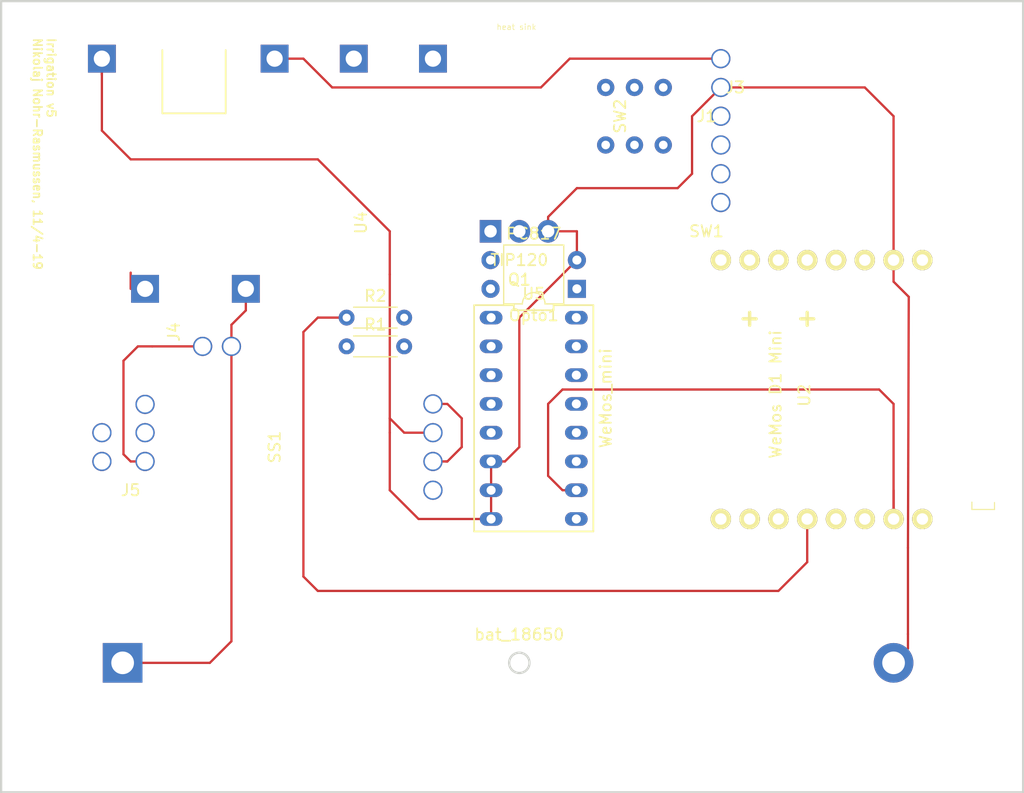
<source format=kicad_pcb>
(kicad_pcb (version 20171130) (host pcbnew "(5.0.2)-1")

  (general
    (thickness 1.6)
    (drawings 20)
    (tracks 196)
    (zones 0)
    (modules 15)
    (nets 19)
  )

  (page A4)
  (layers
    (0 "Black_(GND)" power)
    (1 "Blue_(signal_1)" signal hide)
    (2 "Yellow_(signal_2)" signal)
    (3 "Yellow2_(signal)" signal hide)
    (4 "Blue2_(signal)" signal hide)
    (31 "Red_(Power)" power hide)
    (32 B.Adhes user hide)
    (33 F.Adhes user hide)
    (34 B.Paste user hide)
    (35 F.Paste user hide)
    (36 B.SilkS user hide)
    (37 F.SilkS user hide)
    (38 B.Mask user hide)
    (39 F.Mask user hide)
    (40 Dwgs.User user hide)
    (41 Cmts.User user hide)
    (42 Eco1.User user hide)
    (43 Eco2.User user hide)
    (44 Edge.Cuts user)
    (45 Margin user hide)
    (46 B.CrtYd user hide)
    (47 F.CrtYd user hide)
    (48 B.Fab user hide)
    (49 F.Fab user hide)
  )

  (setup
    (last_trace_width 0.2)
    (trace_clearance 0.2)
    (zone_clearance 0.508)
    (zone_45_only no)
    (trace_min 0.2)
    (segment_width 0.2)
    (edge_width 0.2)
    (via_size 0.8)
    (via_drill 0.4)
    (via_min_size 0.4)
    (via_min_drill 0.3)
    (uvia_size 0.3)
    (uvia_drill 0.1)
    (uvias_allowed no)
    (uvia_min_size 0.2)
    (uvia_min_drill 0.1)
    (pcb_text_width 0.3)
    (pcb_text_size 1.5 1.5)
    (mod_edge_width 0.15)
    (mod_text_size 1 1)
    (mod_text_width 0.15)
    (pad_size 1.5 1.5)
    (pad_drill 0.6)
    (pad_to_mask_clearance 0)
    (solder_mask_min_width 0.25)
    (aux_axis_origin 0 0)
    (visible_elements 7FFFFFFF)
    (pcbplotparams
      (layerselection 0x290f0_7fffffe5)
      (usegerberextensions true)
      (usegerberattributes false)
      (usegerberadvancedattributes false)
      (creategerberjobfile false)
      (excludeedgelayer true)
      (linewidth 0.100000)
      (plotframeref false)
      (viasonmask false)
      (mode 1)
      (useauxorigin false)
      (hpglpennumber 1)
      (hpglpenspeed 20)
      (hpglpendiameter 15.000000)
      (psnegative false)
      (psa4output false)
      (plotreference true)
      (plotvalue true)
      (plotinvisibletext false)
      (padsonsilk true)
      (subtractmaskfromsilk false)
      (outputformat 1)
      (mirror false)
      (drillshape 0)
      (scaleselection 1)
      (outputdirectory "./"))
  )

  (net 0 "")
  (net 1 GND)
  (net 2 "Net-(J3-Pad2)")
  (net 3 "Net-(J3-Pad1)")
  (net 4 "Net-(Q1-Pad1)")
  (net 5 "Net-(SW1-Pad1)")
  (net 6 "Net-(Opto1-Pad1)")
  (net 7 "Net-(J1-Pad2)")
  (net 8 "Net-(R2-Pad1)")
  (net 9 "Net-(SW2-Pad2)")
  (net 10 "Net-(SW2-Pad1)")
  (net 11 "Net-(R1-Pad2)")
  (net 12 "Net-(SS1-PadA0)")
  (net 13 "Net-(U2-Pad15)")
  (net 14 "Net-(U2-Pad14)")
  (net 15 "Net-(U2-Pad10)")
  (net 16 "Net-(J4-Pad2)")
  (net 17 "Net-(J5-Pad2)")
  (net 18 "Net-(J5-Pad3)")

  (net_class Default "This is the default net class."
    (clearance 0.2)
    (trace_width 0.2)
    (via_dia 0.8)
    (via_drill 0.4)
    (uvia_dia 0.3)
    (uvia_drill 0.1)
    (add_net GND)
    (add_net "Net-(J1-Pad2)")
    (add_net "Net-(J3-Pad1)")
    (add_net "Net-(J3-Pad2)")
    (add_net "Net-(J4-Pad2)")
    (add_net "Net-(J5-Pad2)")
    (add_net "Net-(J5-Pad3)")
    (add_net "Net-(Opto1-Pad1)")
    (add_net "Net-(Q1-Pad1)")
    (add_net "Net-(R1-Pad2)")
    (add_net "Net-(R2-Pad1)")
    (add_net "Net-(SS1-PadA0)")
    (add_net "Net-(SW1-Pad1)")
    (add_net "Net-(SW2-Pad1)")
    (add_net "Net-(SW2-Pad2)")
    (add_net "Net-(U2-Pad10)")
    (add_net "Net-(U2-Pad14)")
    (add_net "Net-(U2-Pad15)")
  )

  (module footprint:BatteryHolder_MPD_BH-18650-PC2_v4 (layer "Black_(GND)") (tedit 5CAF9A70) (tstamp 5CAF9B3B)
    (at 63.5 76.2)
    (descr "18650 Battery Holder (http://www.memoryprotectiondevices.com/datasheets/BK-18650-PC2-datasheet.pdf)")
    (tags "18650 Battery Holder")
    (path /5C9C0D4A)
    (fp_text reference bat_18650 (at 0 -2.5) (layer F.SilkS)
      (effects (font (size 1 1) (thickness 0.15)))
    )
    (fp_text value Battery_Cell (at 0 -4.8) (layer F.Fab)
      (effects (font (size 1 1) (thickness 0.15)))
    )
    (fp_line (start -38.1 -10.668) (end 35.56 -10.668) (layer F.CrtYd) (width 0.05))
    (fp_line (start -38.1 10.668) (end -38.1 -10.668) (layer F.CrtYd) (width 0.05))
    (fp_circle (center 0 0) (end -1.016 -0.508) (layer F.CrtYd) (width 0.05))
    (fp_line (start 35.56 10.668) (end 35.56 -10.668) (layer F.CrtYd) (width 0.05))
    (fp_line (start -38.1 10.668) (end 35.56 10.668) (layer F.CrtYd) (width 0.05))
    (pad 2 thru_hole circle (at 33.02 0) (size 3.5 3.5) (drill 2) (layers *.Cu *.Mask)
      (net 1 GND))
    (pad 1 thru_hole rect (at -35 0) (size 3.5 3.5) (drill 2) (layers *.Cu *.Mask)
      (net 16 "Net-(J4-Pad2)"))
    (model ${KISYS3DMOD}/Battery.3dshapes/BatteryHolder_MPD_BH-18650-PC2.wrl
      (at (xyz 0 0 0))
      (scale (xyz 1 1 1))
      (rotate (xyz 0 0 0))
    )
  )

  (module footprint:onoff_push_button_2x3_pins_v2 (layer "Black_(GND)") (tedit 5CA30A07) (tstamp 5CA30AC7)
    (at 68.58 43.18 270)
    (path /5C938ACF)
    (fp_text reference SW2 (at -15.24 -3.81 270) (layer F.SilkS)
      (effects (font (size 1 1) (thickness 0.15)))
    )
    (fp_text value flash (at -15.24 -0.508 270) (layer F.Fab)
      (effects (font (size 1 1) (thickness 0.15)))
    )
    (fp_line (start -19.05 -8.89) (end -11.43 -8.89) (layer F.CrtYd) (width 0.15))
    (fp_line (start -11.43 -8.89) (end -11.43 -1.27) (layer F.CrtYd) (width 0.15))
    (fp_line (start -11.43 -1.27) (end -19.05 -1.27) (layer F.CrtYd) (width 0.15))
    (fp_line (start -19.05 -1.27) (end -19.05 -8.89) (layer F.CrtYd) (width 0.15))
    (fp_text user "Flash (down)" (at -21.844 -11.684) (layer F.Fab)
      (effects (font (size 1 1) (thickness 0.15)))
    )
    (fp_text user "Normal (up)" (at -21.844 1.016) (layer F.Fab)
      (effects (font (size 1 1) (thickness 0.15)))
    )
    (fp_line (start -17.78 -5.08) (end -21.59 -5.08) (layer F.Fab) (width 0.15))
    (fp_line (start -20.828 -5.08) (end -21.336 -5.08) (layer F.Fab) (width 0.15))
    (fp_line (start -20.32 -7.62) (end -17.78 -7.62) (layer F.Fab) (width 0.15))
    (fp_line (start -17.78 -2.54) (end -20.32 -2.54) (layer F.Fab) (width 0.15))
    (fp_circle (center -20.32 -7.62) (end -20.447 -7.6454) (layer F.Fab) (width 0.15))
    (fp_circle (center -20.3454 -2.54) (end -20.3962 -2.6416) (layer F.Fab) (width 0.15))
    (fp_circle (center -21.59 -5.08) (end -21.6916 -5.1054) (layer F.Fab) (width 0.15))
    (fp_line (start -21.59 -5.08) (end -22.86 -7.62) (layer F.Fab) (width 0.15))
    (fp_line (start -21.59 -5.08) (end -20.32 -2.54) (layer F.Fab) (width 0.05))
    (fp_text user "(1 and 2 connected when button up)" (at -16.51 -10.16 270) (layer F.CrtYd)
      (effects (font (size 0.5 0.5) (thickness 0.075)))
    )
    (pad 1 thru_hole circle (at -17.78 -7.62 270) (size 1.524 1.524) (drill 0.762) (layers *.Cu *.Mask)
      (net 10 "Net-(SW2-Pad1)"))
    (pad 2 thru_hole circle (at -17.78 -5.08 270) (size 1.524 1.524) (drill 0.762) (layers *.Cu *.Mask)
      (net 9 "Net-(SW2-Pad2)"))
    (pad NA thru_hole circle (at -12.7 -5.08 270) (size 1.524 1.524) (drill 0.762) (layers *.Cu *.Mask))
    (pad NA thru_hole circle (at -12.7 -7.62 270) (size 1.524 1.524) (drill 0.762) (layers *.Cu *.Mask))
    (pad NA thru_hole circle (at -12.7 -2.54 270) (size 1.524 1.524) (drill 0.762) (layers *.Cu *.Mask))
    (pad 3 thru_hole circle (at -17.78 -2.54 270) (size 1.524 1.524) (drill 0.762) (layers *.Cu *.Mask))
  )

  (module footprint:74HC4052_analogue_mux_v1 (layer "Black_(GND)") (tedit 5CA72754) (tstamp 5CA72CC3)
    (at 64.77 54.61 270)
    (path /5CAC48A2)
    (fp_text reference U5 (at -10.99 0) (layer F.SilkS)
      (effects (font (size 1 1) (thickness 0.15)))
    )
    (fp_text value CD4052B (at 0 0 270) (layer F.Fab)
      (effects (font (size 1 1) (thickness 0.15)))
    )
    (fp_line (start -10.15 5.4) (end -10.15 -5.4) (layer F.CrtYd) (width 0.05))
    (fp_line (start 10.15 5.4) (end -10.15 5.4) (layer F.CrtYd) (width 0.05))
    (fp_line (start 10.15 -5.4) (end 10.15 5.4) (layer F.CrtYd) (width 0.05))
    (fp_line (start -10.15 -5.4) (end 10.15 -5.4) (layer F.CrtYd) (width 0.05))
    (fp_line (start -9.99 1.753333) (end -9.99 5.259999) (layer F.SilkS) (width 0.15))
    (fp_line (start -9.54 1.753333) (end -9.99 1.753333) (layer F.SilkS) (width 0.15))
    (fp_line (start -9.54 -1.753333) (end -9.54 1.753333) (layer F.SilkS) (width 0.15))
    (fp_line (start -9.99 -1.753333) (end -9.54 -1.753333) (layer F.SilkS) (width 0.15))
    (fp_line (start -9.99 -5.26) (end -9.99 -1.753333) (layer F.SilkS) (width 0.15))
    (fp_line (start 9.99 -5.259999) (end -9.99 -5.26) (layer F.SilkS) (width 0.15))
    (fp_line (start 9.99 5.26) (end 9.99 -5.259999) (layer F.SilkS) (width 0.15))
    (fp_line (start -9.99 5.259999) (end 9.99 5.26) (layer F.SilkS) (width 0.15))
    (pad 8 thru_hole oval (at 8.89 3.76 270) (size 1.2 2) (drill 0.8) (layers *.Cu *.Mask)
      (net 1 GND))
    (pad 9 thru_hole oval (at 8.89 -3.76 270) (size 1.2 2) (drill 0.8) (layers *.Cu *.Mask)
      (net 14 "Net-(U2-Pad14)"))
    (pad 7 thru_hole oval (at 6.35 3.76 270) (size 1.2 2) (drill 0.8) (layers *.Cu *.Mask)
      (net 1 GND))
    (pad 10 thru_hole oval (at 6.35 -3.76 270) (size 1.2 2) (drill 0.8) (layers *.Cu *.Mask)
      (net 13 "Net-(U2-Pad15)"))
    (pad 6 thru_hole oval (at 3.81 3.76 270) (size 1.2 2) (drill 0.8) (layers *.Cu *.Mask)
      (net 1 GND))
    (pad 11 thru_hole oval (at 3.81 -3.76 270) (size 1.2 2) (drill 0.8) (layers *.Cu *.Mask))
    (pad 5 thru_hole oval (at 1.27 3.76 270) (size 1.2 2) (drill 0.8) (layers *.Cu *.Mask))
    (pad 12 thru_hole oval (at 1.27 -3.76 270) (size 1.2 2) (drill 0.8) (layers *.Cu *.Mask)
      (net 12 "Net-(SS1-PadA0)"))
    (pad 4 thru_hole oval (at -1.27 3.76 270) (size 1.2 2) (drill 0.8) (layers *.Cu *.Mask))
    (pad 13 thru_hole oval (at -1.27 -3.76 270) (size 1.2 2) (drill 0.8) (layers *.Cu *.Mask)
      (net 15 "Net-(U2-Pad10)"))
    (pad 3 thru_hole oval (at -3.81 3.76 270) (size 1.2 2) (drill 0.8) (layers *.Cu *.Mask))
    (pad 14 thru_hole oval (at -3.81 -3.76 270) (size 1.2 2) (drill 0.8) (layers *.Cu *.Mask)
      (net 11 "Net-(R1-Pad2)"))
    (pad 2 thru_hole oval (at -6.35 3.76 270) (size 1.2 2) (drill 0.8) (layers *.Cu *.Mask))
    (pad 15 thru_hole oval (at -6.35 -3.76 270) (size 1.2 2) (drill 0.8) (layers *.Cu *.Mask)
      (net 18 "Net-(J5-Pad3)"))
    (pad 1 thru_hole oval (at -8.89 3.76 270) (size 1.2 2) (drill 0.8) (layers *.Cu *.Mask))
    (pad 16 thru_hole oval (at -8.89 -3.76 270) (size 1.2 2) (drill 0.8) (layers *.Cu *.Mask)
      (net 17 "Net-(J5-Pad2)"))
  )

  (module footprint:2p_connector_v2 (layer "Black_(GND)") (tedit 5C9E8F0F) (tstamp 5C9BBC0A)
    (at 78.74 22.86 90)
    (path /5C4F9789)
    (fp_text reference J1 (at -5.08 1.27 180) (layer F.SilkS)
      (effects (font (size 1 1) (thickness 0.15)))
    )
    (fp_text value Sol (at -1.27 20.32 180) (layer F.Fab)
      (effects (font (size 1 1) (thickness 0.15)))
    )
    (fp_line (start -3.81 1.27) (end 1.27 1.27) (layer F.CrtYd) (width 0.15))
    (fp_line (start 1.27 1.27) (end 1.27 3.81) (layer F.CrtYd) (width 0.15))
    (fp_line (start 1.27 3.81) (end -3.81 3.81) (layer F.CrtYd) (width 0.15))
    (fp_line (start -3.81 3.81) (end -3.81 1.27) (layer F.CrtYd) (width 0.15))
    (pad 1 thru_hole circle (at -2.54 2.54 90) (size 1.7 1.7) (drill 1.43) (layers *.Cu *.Mask)
      (net 1 GND))
    (pad 2 thru_hole circle (at 0 2.54 90) (size 1.7 1.7) (drill 1.43) (layers *.Cu *.Mask)
      (net 7 "Net-(J1-Pad2)"))
  )

  (module wemos_d1_mini:D1_mini_board_v10 (layer "Black_(GND)") (tedit 5C9CC373) (tstamp 5C9BBEBB)
    (at 106.68 45.72 90)
    (path /5C4F9AC3)
    (fp_text reference U2 (at -6.858 -18.034 90) (layer F.SilkS)
      (effects (font (size 1 1) (thickness 0.15)))
    )
    (fp_text value WeMos_mini (at -7.112 -35.56 90) (layer F.SilkS)
      (effects (font (size 1 1) (thickness 0.15)))
    )
    (fp_text user "WeMos D1 Mini" (at -6.776942 -20.574 90) (layer F.SilkS)
      (effects (font (size 1 1) (thickness 0.15)))
    )
    (fp_line (start -3.597292 -5.442549) (end -10.736873 -5.442549) (layer F.CrtYd) (width 0.1))
    (fp_line (start -10.736873 -5.442549) (end -10.736873 0.371188) (layer F.CrtYd) (width 0.1))
    (fp_line (start -10.736873 0.371188) (end -3.597292 0.371188) (layer F.CrtYd) (width 0.1))
    (fp_line (start -3.597292 0.371188) (end -3.597292 -5.442549) (layer F.CrtYd) (width 0.1))
    (fp_line (start -16.28582 -3.248262) (end -16.938459 -3.248262) (layer F.SilkS) (width 0.1))
    (fp_line (start -16.938459 -3.248262) (end -16.938459 -1.255068) (layer F.SilkS) (width 0.1))
    (fp_line (start -16.938459 -1.255068) (end -16.321098 -1.255068) (layer F.SilkS) (width 0.1))
    (fp_line (start 6.604 1.016) (end -16.256 1.016) (layer F.CrtYd) (width 0.15))
    (fp_line (start -16.256 1.016) (end -16.256 -5.842) (layer F.CrtYd) (width 0.15))
    (fp_line (start -19.558 -5.842) (end -19.558 -34.544) (layer F.CrtYd) (width 0.15))
    (fp_line (start -19.558 -34.544) (end 6.604 -34.544) (layer F.CrtYd) (width 0.15))
    (fp_line (start 6.604 -34.544) (end 6.604 1.016) (layer F.CrtYd) (width 0.15))
    (fp_text user RST (at -22.016942 -25.654 90) (layer F.Fab)
      (effects (font (size 1 1) (thickness 0.15)))
    )
    (fp_text user 3V3 (at -22.016942 -7.874 90) (layer F.Fab)
      (effects (font (size 1 1) (thickness 0.15)))
    )
    (fp_text user 5V (at 8.463058 -7.874 90) (layer F.Fab)
      (effects (font (size 1 1) (thickness 0.15)))
    )
    (fp_text user GND (at 8.463058 -10.414 90) (layer F.Fab)
      (effects (font (size 1 1) (thickness 0.15)))
    )
    (fp_text user A0 (at -22.016942 -23.114 90) (layer F.Fab)
      (effects (font (size 1 1) (thickness 0.15)))
    )
    (fp_line (start -16.256 -5.842) (end -19.558 -5.842) (layer F.CrtYd) (width 0.15))
    (fp_text user D0 (at -22.098 -20.574 90) (layer F.Fab)
      (effects (font (size 1 1) (thickness 0.15)))
    )
    (fp_text user D5 (at -22.016942 -18.034 90) (layer F.Fab)
      (effects (font (size 1 1) (thickness 0.15)))
    )
    (fp_text user D6 (at -22.016942 -15.494 90) (layer F.Fab)
      (effects (font (size 1 1) (thickness 0.15)))
    )
    (fp_text user D7 (at -22.016942 -12.954 90) (layer F.Fab)
      (effects (font (size 1 1) (thickness 0.15)))
    )
    (fp_text user D8 (at -22.016942 -10.414 90) (layer F.Fab)
      (effects (font (size 1 1) (thickness 0.15)))
    )
    (fp_text user TX (at 7.747 -25.654 90) (layer F.Fab)
      (effects (font (size 1 1) (thickness 0.15)))
    )
    (fp_text user RX (at 7.874 -22.987 90) (layer F.Fab)
      (effects (font (size 1 1) (thickness 0.15)))
    )
    (fp_text user D1 (at 8.463058 -20.32 90) (layer F.Fab)
      (effects (font (size 1 1) (thickness 0.15)))
    )
    (fp_text user D2 (at 8.463058 -18.034 90) (layer F.Fab)
      (effects (font (size 1 1) (thickness 0.15)))
    )
    (fp_text user D3 (at 8.463058 -15.494 90) (layer F.Fab)
      (effects (font (size 1 1) (thickness 0.15)))
    )
    (fp_text user D4 (at 8.463058 -12.954 90) (layer F.Fab)
      (effects (font (size 1 1) (thickness 0.15)))
    )
    (pad 8 thru_hole circle (at 5.08 -25.4 90) (size 1.8 1.8) (drill 1.016) (layers *.Cu *.Mask F.SilkS))
    (pad 7 thru_hole circle (at 5.08 -22.86 90) (size 1.8 1.8) (drill 1.016) (layers *.Cu *.Mask F.SilkS))
    (pad 6 thru_hole circle (at 5.08 -20.32 90) (size 1.8 1.8) (drill 1.016) (layers *.Cu *.Mask F.SilkS)
      (net 6 "Net-(Opto1-Pad1)"))
    (pad 5 thru_hole circle (at 5.08 -17.78 90) (size 1.8 1.8) (drill 1.016) (layers *.Cu *.Mask F.SilkS))
    (pad 4 thru_hole circle (at 5.08 -15.24 90) (size 1.8 1.8) (drill 1.016) (layers *.Cu *.Mask F.SilkS))
    (pad 3 thru_hole circle (at 5.08 -12.7 90) (size 1.8 1.8) (drill 1.016) (layers *.Cu *.Mask F.SilkS))
    (pad 2 thru_hole circle (at 5.08 -10.16 90) (size 1.8 1.8) (drill 1.016) (layers *.Cu *.Mask F.SilkS)
      (net 1 GND))
    (pad 1 thru_hole circle (at 5.08 -7.62 90) (size 1.8 1.8) (drill 1.016) (layers *.Cu *.Mask F.SilkS)
      (net 2 "Net-(J3-Pad2)"))
    (pad 16 thru_hole circle (at -17.78 -7.62 90) (size 1.8 1.8) (drill 1.016) (layers *.Cu *.Mask F.SilkS))
    (pad 15 thru_hole circle (at -17.78 -10.16 90) (size 1.8 1.8) (drill 1.016) (layers *.Cu *.Mask F.SilkS)
      (net 13 "Net-(U2-Pad15)"))
    (pad 14 thru_hole circle (at -17.78 -12.7 90) (size 1.8 1.8) (drill 1.016) (layers *.Cu *.Mask F.SilkS)
      (net 14 "Net-(U2-Pad14)"))
    (pad 13 thru_hole circle (at -17.78 -15.24 90) (size 1.8 1.8) (drill 1.016) (layers *.Cu *.Mask F.SilkS))
    (pad 12 thru_hole circle (at -17.78 -17.78 90) (size 1.8 1.8) (drill 1.016) (layers *.Cu *.Mask F.SilkS)
      (net 8 "Net-(R2-Pad1)"))
    (pad 11 thru_hole circle (at -17.78 -20.32 90) (size 1.8 1.8) (drill 1.016) (layers *.Cu *.Mask F.SilkS)
      (net 10 "Net-(SW2-Pad1)"))
    (pad 10 thru_hole circle (at -17.78 -22.86 90) (size 1.8 1.8) (drill 1.016) (layers *.Cu *.Mask F.SilkS)
      (net 15 "Net-(U2-Pad10)"))
    (pad 9 thru_hole circle (at -17.78 -25.4 90) (size 1.8 1.8) (drill 1.016) (layers *.Cu *.Mask F.SilkS)
      (net 9 "Net-(SW2-Pad2)"))
  )

  (module footprint:2p_connector_v2 (layer "Black_(GND)") (tedit 5C5AE479) (tstamp 5C9BBC1E)
    (at 83.82 30.48 270)
    (path /5C4F97F0)
    (fp_text reference J3 (at -5.08 1.27) (layer F.SilkS)
      (effects (font (size 1 1) (thickness 0.15)))
    )
    (fp_text value Valve (at -1.524 -15.113) (layer F.Fab)
      (effects (font (size 1 1) (thickness 0.15)))
    )
    (fp_line (start -3.81 3.81) (end -3.81 1.27) (layer F.CrtYd) (width 0.15))
    (fp_line (start 1.27 3.81) (end -3.81 3.81) (layer F.CrtYd) (width 0.15))
    (fp_line (start 1.27 1.27) (end 1.27 3.81) (layer F.CrtYd) (width 0.15))
    (fp_line (start -3.81 1.27) (end 1.27 1.27) (layer F.CrtYd) (width 0.15))
    (pad 2 thru_hole circle (at 0 2.54 270) (size 1.7 1.7) (drill 1.43) (layers *.Cu *.Mask)
      (net 2 "Net-(J3-Pad2)"))
    (pad 1 thru_hole circle (at -2.54 2.54 270) (size 1.7 1.7) (drill 1.43) (layers *.Cu *.Mask)
      (net 3 "Net-(J3-Pad1)"))
  )

  (module Package_DIP:DIP-4_W7.62mm (layer "Black_(GND)") (tedit 5C9CC2D5) (tstamp 5C9BBC4B)
    (at 68.58 43.18 180)
    (descr "4-lead though-hole mounted DIP package, row spacing 7.62 mm (300 mils)")
    (tags "THT DIP DIL PDIP 2.54mm 7.62mm 300mil")
    (path /5C922828)
    (fp_text reference Opto1 (at 3.81 -2.33 180) (layer F.SilkS)
      (effects (font (size 1 1) (thickness 0.15)))
    )
    (fp_text value PC817 (at 3.81 4.87 180) (layer F.SilkS)
      (effects (font (size 1 1) (thickness 0.15)))
    )
    (fp_arc (start 3.81 -1.33) (end 2.81 -1.33) (angle -180) (layer F.SilkS) (width 0.12))
    (fp_line (start 1.635 -1.27) (end 6.985 -1.27) (layer F.Fab) (width 0.1))
    (fp_line (start 6.985 -1.27) (end 6.985 3.81) (layer F.Fab) (width 0.1))
    (fp_line (start 6.985 3.81) (end 0.635 3.81) (layer F.Fab) (width 0.1))
    (fp_line (start 0.635 3.81) (end 0.635 -0.27) (layer F.Fab) (width 0.1))
    (fp_line (start 0.635 -0.27) (end 1.635 -1.27) (layer F.Fab) (width 0.1))
    (fp_line (start 2.81 -1.33) (end 1.16 -1.33) (layer F.SilkS) (width 0.12))
    (fp_line (start 1.16 -1.33) (end 1.16 3.87) (layer F.SilkS) (width 0.12))
    (fp_line (start 1.16 3.87) (end 6.46 3.87) (layer F.SilkS) (width 0.12))
    (fp_line (start 6.46 3.87) (end 6.46 -1.33) (layer F.SilkS) (width 0.12))
    (fp_line (start 6.46 -1.33) (end 4.81 -1.33) (layer F.SilkS) (width 0.12))
    (fp_line (start -1.1 -1.55) (end -1.1 4.1) (layer F.CrtYd) (width 0.05))
    (fp_line (start -1.1 4.1) (end 8.7 4.1) (layer F.CrtYd) (width 0.05))
    (fp_line (start 8.7 4.1) (end 8.7 -1.55) (layer F.CrtYd) (width 0.05))
    (fp_line (start 8.7 -1.55) (end -1.1 -1.55) (layer F.CrtYd) (width 0.05))
    (fp_text user %R (at 3.81 1.27 180) (layer F.Fab)
      (effects (font (size 1 1) (thickness 0.15)))
    )
    (pad 1 thru_hole rect (at 0 0 180) (size 1.6 1.6) (drill 0.8) (layers *.Cu *.Mask)
      (net 6 "Net-(Opto1-Pad1)"))
    (pad 3 thru_hole oval (at 7.62 2.54 180) (size 1.6 1.6) (drill 0.8) (layers *.Cu *.Mask)
      (net 17 "Net-(J5-Pad2)"))
    (pad 2 thru_hole oval (at 0 2.54 180) (size 1.6 1.6) (drill 0.8) (layers *.Cu *.Mask)
      (net 1 GND))
    (pad 4 thru_hole oval (at 7.62 0 180) (size 1.6 1.6) (drill 0.8) (layers *.Cu *.Mask)
      (net 2 "Net-(J3-Pad2)"))
    (model ${KISYS3DMOD}/Package_DIP.3dshapes/DIP-4_W7.62mm.wrl
      (at (xyz 0 0 0))
      (scale (xyz 1 1 1))
      (rotate (xyz 0 0 0))
    )
  )

  (module Resistor_THT:R_Axial_DIN0204_L3.6mm_D1.6mm_P5.08mm_Horizontal (layer "Black_(GND)") (tedit 5AE5139B) (tstamp 5C9BBC5E)
    (at 48.26 48.26)
    (descr "Resistor, Axial_DIN0204 series, Axial, Horizontal, pin pitch=5.08mm, 0.167W, length*diameter=3.6*1.6mm^2, http://cdn-reichelt.de/documents/datenblatt/B400/1_4W%23YAG.pdf")
    (tags "Resistor Axial_DIN0204 series Axial Horizontal pin pitch 5.08mm 0.167W length 3.6mm diameter 1.6mm")
    (path /5C4F9DC6)
    (fp_text reference R1 (at 2.54 -1.92) (layer F.SilkS)
      (effects (font (size 1 1) (thickness 0.15)))
    )
    (fp_text value 100k (at -3.302 0) (layer F.Fab)
      (effects (font (size 1 1) (thickness 0.15)))
    )
    (fp_text user %R (at 2.54 0) (layer F.Fab)
      (effects (font (size 0.72 0.72) (thickness 0.108)))
    )
    (fp_line (start 6.03 -1.05) (end -0.95 -1.05) (layer F.CrtYd) (width 0.05))
    (fp_line (start 6.03 1.05) (end 6.03 -1.05) (layer F.CrtYd) (width 0.05))
    (fp_line (start -0.95 1.05) (end 6.03 1.05) (layer F.CrtYd) (width 0.05))
    (fp_line (start -0.95 -1.05) (end -0.95 1.05) (layer F.CrtYd) (width 0.05))
    (fp_line (start 0.62 0.92) (end 4.46 0.92) (layer F.SilkS) (width 0.12))
    (fp_line (start 0.62 -0.92) (end 4.46 -0.92) (layer F.SilkS) (width 0.12))
    (fp_line (start 5.08 0) (end 4.34 0) (layer F.Fab) (width 0.1))
    (fp_line (start 0 0) (end 0.74 0) (layer F.Fab) (width 0.1))
    (fp_line (start 4.34 -0.8) (end 0.74 -0.8) (layer F.Fab) (width 0.1))
    (fp_line (start 4.34 0.8) (end 4.34 -0.8) (layer F.Fab) (width 0.1))
    (fp_line (start 0.74 0.8) (end 4.34 0.8) (layer F.Fab) (width 0.1))
    (fp_line (start 0.74 -0.8) (end 0.74 0.8) (layer F.Fab) (width 0.1))
    (pad 2 thru_hole oval (at 5.08 0) (size 1.4 1.4) (drill 0.7) (layers *.Cu *.Mask)
      (net 11 "Net-(R1-Pad2)"))
    (pad 1 thru_hole circle (at 0 0) (size 1.4 1.4) (drill 0.7) (layers *.Cu *.Mask)
      (net 16 "Net-(J4-Pad2)"))
    (model ${KISYS3DMOD}/Resistor_THT.3dshapes/R_Axial_DIN0204_L3.6mm_D1.6mm_P5.08mm_Horizontal.wrl
      (at (xyz 0 0 0))
      (scale (xyz 1 1 1))
      (rotate (xyz 0 0 0))
    )
  )

  (module Resistor_THT:R_Axial_DIN0204_L3.6mm_D1.6mm_P5.08mm_Horizontal (layer "Black_(GND)") (tedit 5AE5139B) (tstamp 5C9BBC71)
    (at 48.26 45.72)
    (descr "Resistor, Axial_DIN0204 series, Axial, Horizontal, pin pitch=5.08mm, 0.167W, length*diameter=3.6*1.6mm^2, http://cdn-reichelt.de/documents/datenblatt/B400/1_4W%23YAG.pdf")
    (tags "Resistor Axial_DIN0204 series Axial Horizontal pin pitch 5.08mm 0.167W length 3.6mm diameter 1.6mm")
    (path /5C4F22D3)
    (fp_text reference R2 (at 2.54 -1.92) (layer F.SilkS)
      (effects (font (size 1 1) (thickness 0.15)))
    )
    (fp_text value 5k (at -2.286 0.889) (layer F.Fab)
      (effects (font (size 1 1) (thickness 0.15)))
    )
    (fp_line (start 0.74 -0.8) (end 0.74 0.8) (layer F.Fab) (width 0.1))
    (fp_line (start 0.74 0.8) (end 4.34 0.8) (layer F.Fab) (width 0.1))
    (fp_line (start 4.34 0.8) (end 4.34 -0.8) (layer F.Fab) (width 0.1))
    (fp_line (start 4.34 -0.8) (end 0.74 -0.8) (layer F.Fab) (width 0.1))
    (fp_line (start 0 0) (end 0.74 0) (layer F.Fab) (width 0.1))
    (fp_line (start 5.08 0) (end 4.34 0) (layer F.Fab) (width 0.1))
    (fp_line (start 0.62 -0.92) (end 4.46 -0.92) (layer F.SilkS) (width 0.12))
    (fp_line (start 0.62 0.92) (end 4.46 0.92) (layer F.SilkS) (width 0.12))
    (fp_line (start -0.95 -1.05) (end -0.95 1.05) (layer F.CrtYd) (width 0.05))
    (fp_line (start -0.95 1.05) (end 6.03 1.05) (layer F.CrtYd) (width 0.05))
    (fp_line (start 6.03 1.05) (end 6.03 -1.05) (layer F.CrtYd) (width 0.05))
    (fp_line (start 6.03 -1.05) (end -0.95 -1.05) (layer F.CrtYd) (width 0.05))
    (fp_text user %R (at 2.54 0) (layer F.Fab)
      (effects (font (size 0.72 0.72) (thickness 0.108)))
    )
    (pad 1 thru_hole circle (at 0 0) (size 1.4 1.4) (drill 0.7) (layers *.Cu *.Mask)
      (net 8 "Net-(R2-Pad1)"))
    (pad 2 thru_hole oval (at 5.08 0) (size 1.4 1.4) (drill 0.7) (layers *.Cu *.Mask)
      (net 4 "Net-(Q1-Pad1)"))
    (model ${KISYS3DMOD}/Resistor_THT.3dshapes/R_Axial_DIN0204_L3.6mm_D1.6mm_P5.08mm_Horizontal.wrl
      (at (xyz 0 0 0))
      (scale (xyz 1 1 1))
      (rotate (xyz 0 0 0))
    )
  )

  (module "footprint:Soil sensor_v4" (layer "Black_(GND)") (tedit 5C989D0D) (tstamp 5C9BBC7F)
    (at 57.15 50.8 270)
    (path /5C4FA314)
    (fp_text reference SS1 (at 6.35 15.24 270) (layer F.SilkS)
      (effects (font (size 1 1) (thickness 0.15)))
    )
    (fp_text value SOIL_SENSOR (at 6.35 10.16 270) (layer F.Fab)
      (effects (font (size 1 1) (thickness 0.15)))
    )
    (fp_line (start 12.7 0) (end 0 0) (layer F.CrtYd) (width 0.15))
    (fp_line (start 0 0) (end 0 31.75) (layer F.CrtYd) (width 0.15))
    (fp_line (start 0 31.75) (end 12.7 31.75) (layer F.CrtYd) (width 0.15))
    (fp_line (start 12.7 31.75) (end 12.7 0) (layer F.CrtYd) (width 0.15))
    (pad A0 thru_hole circle (at 10.16 1.27 270) (size 1.7 1.7) (drill 1.43) (layers *.Cu *.Mask)
      (net 12 "Net-(SS1-PadA0)"))
    (pad D0 thru_hole circle (at 7.62 1.27 270) (size 1.7 1.7) (drill 1.43) (layers *.Cu *.Mask)
      (net 17 "Net-(J5-Pad2)"))
    (pad GND thru_hole circle (at 5.08 1.27 270) (size 1.7 1.7) (drill 1.43) (layers *.Cu *.Mask)
      (net 1 GND))
    (pad VCC thru_hole circle (at 2.54 1.27 270) (size 1.7 1.7) (drill 1.43) (layers *.Cu *.Mask)
      (net 17 "Net-(J5-Pad2)"))
    (pad - thru_hole circle (at 7.62 30.48 270) (size 1.7 1.7) (drill 1.43) (layers *.Cu *.Mask))
    (pad + thru_hole circle (at 5.08 30.48 270) (size 1.7 1.7) (drill 1.43) (layers *.Cu *.Mask))
  )

  (module footprint:2p_connector_v2 (layer "Black_(GND)") (tedit 5C9CC305) (tstamp 5C9BBC89)
    (at 78.74 33.02 90)
    (path /5C4F30A2)
    (fp_text reference SW1 (at -5.08 1.27 180) (layer F.SilkS)
      (effects (font (size 1 1) (thickness 0.15)))
    )
    (fp_text value ON/OFF (at -0.635 20.447 180) (layer F.Fab)
      (effects (font (size 1 1) (thickness 0.15)))
    )
    (fp_line (start -3.81 1.27) (end 1.27 1.27) (layer F.CrtYd) (width 0.15))
    (fp_line (start 1.27 1.27) (end 1.27 3.81) (layer F.CrtYd) (width 0.15))
    (fp_line (start 1.27 3.81) (end -3.81 3.81) (layer F.CrtYd) (width 0.15))
    (fp_line (start -3.81 3.81) (end -3.81 1.27) (layer F.CrtYd) (width 0.15))
    (pad 1 thru_hole circle (at -2.54 2.54 90) (size 1.7 1.7) (drill 1.43) (layers *.Cu *.Mask)
      (net 5 "Net-(SW1-Pad1)"))
    (pad 2 thru_hole circle (at 0 2.54 90) (size 1.7 1.7) (drill 1.43) (layers *.Cu *.Mask)
      (net 2 "Net-(J3-Pad2)"))
  )

  (module footprint:TIP120_flat_v2 (layer "Black_(GND)") (tedit 5C9CC2DE) (tstamp 5C9C9FFD)
    (at 66.04 38.1 180)
    (descr "TO-220-3, Vertical, RM 2.54mm, see https://www.vishay.com/docs/66542/to-220-1.pdf")
    (tags "TO-220-3 Vertical RM 2.54mm")
    (path /5C4F21EB)
    (fp_text reference Q1 (at 2.54 -4.27 180) (layer F.SilkS)
      (effects (font (size 1 1) (thickness 0.15)))
    )
    (fp_text value TIP120 (at 2.54 -2.54 180) (layer F.SilkS)
      (effects (font (size 1 1) (thickness 0.15)))
    )
    (fp_circle (center 2.54 16.002) (end 3.675923 16.002) (layer F.CrtYd) (width 0.15))
    (fp_line (start 4.064 -1.27) (end 6.096 -1.27) (layer F.CrtYd) (width 0.15))
    (fp_line (start 1.524 -1.27) (end 3.556 -1.27) (layer F.CrtYd) (width 0.15))
    (fp_line (start -1.016 -1.27) (end 1.016 -1.27) (layer F.CrtYd) (width 0.15))
    (fp_line (start 6.096 6.858) (end 6.096 -1.27) (layer F.CrtYd) (width 0.15))
    (fp_line (start 4.064 6.858) (end 4.064 -1.27) (layer F.CrtYd) (width 0.15))
    (fp_line (start 3.556 6.858) (end 3.556 -1.27) (layer F.CrtYd) (width 0.15))
    (fp_line (start 1.524 6.858) (end 1.524 -1.27) (layer F.CrtYd) (width 0.15))
    (fp_line (start 1.016 6.858) (end 1.016 -1.27) (layer F.CrtYd) (width 0.15))
    (fp_line (start 7.62 6.858) (end 7.62 17.272) (layer F.CrtYd) (width 0.15))
    (fp_line (start -2.54 6.858) (end 7.62 6.858) (layer F.CrtYd) (width 0.15))
    (fp_line (start -2.54 17.272) (end -2.54 6.858) (layer F.CrtYd) (width 0.15))
    (fp_line (start -0.762 19.05) (end -2.54 17.272) (layer F.CrtYd) (width 0.15))
    (fp_line (start 5.842 19.05) (end -0.762 19.05) (layer F.CrtYd) (width 0.15))
    (fp_line (start 7.62 17.272) (end 5.842 19.05) (layer F.CrtYd) (width 0.15))
    (fp_text user %R (at 2.54 -4.27 180) (layer F.SilkS)
      (effects (font (size 1 1) (thickness 0.15)))
    )
    (fp_line (start -2.54 13.462) (end 7.62 13.462) (layer F.CrtYd) (width 0.15))
    (fp_line (start -1.016 6.858) (end -1.016 -1.27) (layer F.CrtYd) (width 0.15))
    (fp_text user "heat sink" (at 2.794 18.034 180) (layer F.SilkS)
      (effects (font (size 0.5 0.5) (thickness 0.06)))
    )
    (fp_text user B (at 6.985 -1.143 180) (layer F.Fab)
      (effects (font (size 1 1) (thickness 0.15)))
    )
    (fp_text user E (at -1.778 0.127 180) (layer F.Fab)
      (effects (font (size 1 1) (thickness 0.15)))
    )
    (pad 1 thru_hole rect (at 5.08 0 180) (size 1.905 2) (drill 1.1) (layers *.Cu *.Mask)
      (net 4 "Net-(Q1-Pad1)"))
    (pad 2 thru_hole oval (at 2.54 0 180) (size 1.905 2) (drill 1.1) (layers *.Cu *.Mask)
      (net 3 "Net-(J3-Pad1)"))
    (pad 3 thru_hole oval (at 0 0 180) (size 1.905 2) (drill 1.1) (layers *.Cu *.Mask)
      (net 1 GND))
    (model ${KISYS3DMOD}/Package_TO_SOT_THT.3dshapes/TO-220-3_Vertical.wrl
      (at (xyz 0 0 0))
      (scale (xyz 1 1 1))
      (rotate (xyz 0 0 0))
    )
  )

  (module footprint:2p_connector_v2 (layer "Black_(GND)") (tedit 5C5AE479) (tstamp 5CAF72C4)
    (at 38.1 45.72)
    (path /5CAF6943)
    (fp_text reference J4 (at -5.08 1.27 90) (layer F.SilkS)
      (effects (font (size 1 1) (thickness 0.15)))
    )
    (fp_text value Batt (at -1.27 5.08) (layer F.Fab)
      (effects (font (size 1 1) (thickness 0.15)))
    )
    (fp_line (start -3.81 1.27) (end 1.27 1.27) (layer F.CrtYd) (width 0.15))
    (fp_line (start 1.27 1.27) (end 1.27 3.81) (layer F.CrtYd) (width 0.15))
    (fp_line (start 1.27 3.81) (end -3.81 3.81) (layer F.CrtYd) (width 0.15))
    (fp_line (start -3.81 3.81) (end -3.81 1.27) (layer F.CrtYd) (width 0.15))
    (pad 1 thru_hole circle (at -2.54 2.54) (size 1.7 1.7) (drill 1.43) (layers *.Cu *.Mask)
      (net 1 GND))
    (pad 2 thru_hole circle (at 0 2.54) (size 1.7 1.7) (drill 1.43) (layers *.Cu *.Mask)
      (net 16 "Net-(J4-Pad2)"))
  )

  (module footprint:3p_connector_v1 (layer "Black_(GND)") (tedit 5CAF6C81) (tstamp 5CAF72E0)
    (at 27.94 55.88 90)
    (path /5CB0FBBE)
    (fp_text reference J5 (at -5.08 1.27 180) (layer F.SilkS)
      (effects (font (size 1 1) (thickness 0.15)))
    )
    (fp_text value "Spare connection" (at -1.27 5.08 90) (layer F.Fab)
      (effects (font (size 1 1) (thickness 0.15)))
    )
    (fp_line (start -3.81 1.27) (end 3.81 1.27) (layer F.CrtYd) (width 0.15))
    (fp_line (start 3.81 1.27) (end 3.81 3.81) (layer F.CrtYd) (width 0.15))
    (fp_line (start 3.81 3.81) (end -3.81 3.81) (layer F.CrtYd) (width 0.15))
    (fp_line (start -3.81 3.81) (end -3.81 1.27) (layer F.CrtYd) (width 0.15))
    (pad 1 thru_hole circle (at -2.54 2.54 90) (size 1.7 1.7) (drill 1.43) (layers *.Cu *.Mask)
      (net 1 GND))
    (pad 2 thru_hole circle (at 0 2.54 90) (size 1.7 1.7) (drill 1.43) (layers *.Cu *.Mask)
      (net 17 "Net-(J5-Pad2)"))
    (pad 3 thru_hole circle (at 2.5 2.54 90) (size 1.7 1.7) (drill 1.43) (layers *.Cu *.Mask)
      (net 18 "Net-(J5-Pad3)"))
  )

  (module footprint:J5019_v5 (layer "Black_(GND)") (tedit 5CAF996A) (tstamp 5CAF9B45)
    (at 58.42 20.32 270)
    (path /5C94F80F)
    (fp_text reference U4 (at 17.018 8.89 270) (layer F.SilkS)
      (effects (font (size 1 1) (thickness 0.15)))
    )
    (fp_text value J5019 (at 15.748 6.35 270) (layer F.Fab)
      (effects (font (size 1 1) (thickness 0.15)))
    )
    (fp_line (start 1.27 1.27) (end 1.27 33.02) (layer F.CrtYd) (width 0.15))
    (fp_line (start 1.27 33.02) (end 25.4 33.02) (layer F.CrtYd) (width 0.15))
    (fp_line (start 25.4 1.27) (end 1.27 1.27) (layer F.CrtYd) (width 0.15))
    (fp_line (start 25.4 1.27) (end 25.4 33.02) (layer F.CrtYd) (width 0.15))
    (fp_line (start 1.778 20.828) (end 7.366 20.828) (layer F.SilkS) (width 0.15))
    (fp_line (start 7.366 20.828) (end 7.366 26.416) (layer F.SilkS) (width 0.15))
    (fp_line (start 7.366 26.416) (end 1.778 26.416) (layer F.SilkS) (width 0.15))
    (pad 6 thru_hole rect (at 2.54 31.75 270) (size 2.46 2.46) (drill 1.43) (layers *.Cu *.Mask)
      (net 1 GND))
    (pad 5 thru_hole rect (at 2.54 16.51 270) (size 2.46 2.46) (drill 1.43) (layers *.Cu *.Mask)
      (net 7 "Net-(J1-Pad2)"))
    (pad 4 thru_hole rect (at 2.54 2.54 270) (size 2.46 2.46) (drill 1.43) (layers *.Cu *.Mask)
      (net 5 "Net-(SW1-Pad1)"))
    (pad 3 thru_hole rect (at 22.86 19.05 270) (size 2.46 2.46) (drill 1.43) (layers *.Cu *.Mask)
      (net 16 "Net-(J4-Pad2)"))
    (pad 1 thru_hole rect (at 2.54 9.525 270) (size 2.46 2.46) (drill 1.43) (layers *.Cu *.Mask))
    (pad 2 thru_hole rect (at 22.86 27.94 270) (size 2.46 2.46) (drill 1.43) (layers *.Cu *.Mask))
  )

  (gr_text "Irrigation v5\nNikolaj Nohr-Rasmussen, 11/4-19" (at 21.59 20.955 270) (layer F.SilkS)
    (effects (font (size 0.75 0.75) (thickness 0.15)) (justify left))
  )
  (gr_circle (center 63.5 76.2) (end 64.135 76.835) (layer Edge.Cuts) (width 0.2))
  (gr_line (start 100.965 78.74) (end 24.765 78.74) (layer Margin) (width 0.2))
  (gr_text + (at 41.91 74.93) (layer F.Fab)
    (effects (font (size 3 3) (thickness 0.6)))
  )
  (gr_text - (at 87.63 74.93) (layer F.Fab)
    (effects (font (size 3 3) (thickness 0.6)))
  )
  (gr_text "NA(gnd)" (at 29.083 47.117) (layer F.Fab)
    (effects (font (size 1 1) (thickness 0.15)))
  )
  (gr_text "NA(gnd)" (at 48.895 19.05) (layer F.Fab)
    (effects (font (size 1 1) (thickness 0.15)))
  )
  (gr_circle (center 69.85 43.18) (end 69.977 43.688) (layer F.Fab) (width 0.2))
  (gr_text - (at 95.377 25.4 90) (layer F.Fab)
    (effects (font (size 1.5 1.5) (thickness 0.3)))
  )
  (gr_text + (at 95.377 22.606) (layer F.Fab)
    (effects (font (size 1.5 1.5) (thickness 0.3)))
  )
  (gr_text + (at 83.82 45.72) (layer F.SilkS)
    (effects (font (size 1.5 1.5) (thickness 0.3)) (justify mirror))
  )
  (gr_text + (at 88.9 45.72) (layer F.SilkS)
    (effects (font (size 1.5 1.5) (thickness 0.3)) (justify mirror))
  )
  (gr_line (start 24.765 78.74) (end 24.765 20.955) (layer Margin) (width 0.2))
  (gr_line (start 100.965 20.955) (end 100.965 78.74) (layer Margin) (width 0.2))
  (gr_line (start 24.765 20.955) (end 100.965 20.955) (layer Margin) (width 0.2))
  (gr_line (start 17.78 87.63) (end 17.78 17.78) (layer Edge.Cuts) (width 0.2))
  (gr_line (start 107.95 87.63) (end 17.78 87.63) (layer Edge.Cuts) (width 0.2))
  (gr_line (start 107.95 17.78) (end 107.95 87.63) (layer Edge.Cuts) (width 0.2))
  (gr_line (start 17.78 17.78) (end 107.95 17.78) (layer Edge.Cuts) (width 0.2))
  (gr_line (start 15.24 12.7) (end 115.57 12.7) (layer Eco2.User) (width 0.2))

  (segment (start 29.21 43.18) (end 29.21 41.75) (width 0.2) (layer "Black_(GND)") (net 0))
  (segment (start 26.67 22.86) (end 26.67 24.29) (width 0.2) (layer "Black_(GND)") (net 1) (status 10))
  (segment (start 61.01 63.5) (end 61.01 61.01) (width 0.2) (layer "Black_(GND)") (net 1) (status 30))
  (segment (start 61.01 60.96) (end 61.01 58.42) (width 0.2) (layer "Black_(GND)") (net 1) (status 30))
  (segment (start 61.01 63.5) (end 61.41 63.5) (width 0.2) (layer "Black_(GND)") (net 1) (status 30))
  (segment (start 63.5 45.72) (end 67.31 41.91) (width 0.2) (layer "Black_(GND)") (net 1))
  (segment (start 68.58 38.1) (end 66.04 38.1) (width 0.2) (layer "Black_(GND)") (net 1) (status 20))
  (segment (start 68.58 40.64) (end 68.58 38.1) (width 0.2) (layer "Black_(GND)") (net 1) (status 10))
  (segment (start 67.31 41.91) (end 68.58 40.64) (width 0.2) (layer "Black_(GND)") (net 1) (status 20))
  (segment (start 52.07 41.91) (end 52.07 38.1) (width 0.2) (layer "Black_(GND)") (net 1))
  (segment (start 52.07 38.1) (end 45.72 31.75) (width 0.2) (layer "Black_(GND)") (net 1))
  (segment (start 45.72 31.75) (end 29.21 31.75) (width 0.2) (layer "Black_(GND)") (net 1))
  (segment (start 29.21 31.75) (end 26.67 29.21) (width 0.2) (layer "Black_(GND)") (net 1))
  (segment (start 26.67 29.21) (end 26.67 22.86) (width 0.2) (layer "Black_(GND)") (net 1) (status 20))
  (segment (start 80.01 26.67) (end 81.28 25.4) (width 0.2) (layer "Black_(GND)") (net 1) (status 20))
  (segment (start 78.74 27.94) (end 80.01 26.67) (width 0.2) (layer "Black_(GND)") (net 1))
  (segment (start 78.74 33.02) (end 78.74 27.94) (width 0.2) (layer "Black_(GND)") (net 1))
  (segment (start 66.04 38.1) (end 66.04 36.83) (width 0.2) (layer "Black_(GND)") (net 1) (status 10))
  (segment (start 66.04 36.83) (end 68.58 34.29) (width 0.2) (layer "Black_(GND)") (net 1))
  (segment (start 68.58 34.29) (end 77.47 34.29) (width 0.2) (layer "Black_(GND)") (net 1))
  (segment (start 77.47 34.29) (end 78.74 33.02) (width 0.2) (layer "Black_(GND)") (net 1))
  (segment (start 93.98 25.4) (end 96.52 27.94) (width 0.2) (layer "Black_(GND)") (net 1))
  (segment (start 81.28 25.4) (end 93.98 25.4) (width 0.2) (layer "Black_(GND)") (net 1) (status 10))
  (segment (start 96.52 27.94) (end 96.52 40.64) (width 0.2) (layer "Black_(GND)") (net 1) (status 20))
  (segment (start 52.07 60.96) (end 52.07 55.88) (width 0.2) (layer "Black_(GND)") (net 1))
  (segment (start 60.96 63.5) (end 54.61 63.5) (width 0.2) (layer "Black_(GND)") (net 1) (status 10))
  (segment (start 54.61 63.5) (end 52.07 60.96) (width 0.2) (layer "Black_(GND)") (net 1))
  (segment (start 52.07 54.61) (end 53.34 55.88) (width 0.2) (layer "Black_(GND)") (net 1))
  (segment (start 55.88 55.88) (end 53.34 55.88) (width 0.2) (layer "Black_(GND)") (net 1) (status 10))
  (segment (start 52.07 54.61) (end 52.07 41.91) (width 0.2) (layer "Black_(GND)") (net 1))
  (segment (start 52.07 55.88) (end 52.07 54.61) (width 0.2) (layer "Black_(GND)") (net 1))
  (segment (start 62.23 58.42) (end 63.5 57.15) (width 0.2) (layer "Black_(GND)") (net 1))
  (segment (start 63.5 57.15) (end 63.5 45.72) (width 0.2) (layer "Black_(GND)") (net 1))
  (segment (start 61.41 58.42) (end 62.23 58.42) (width 0.2) (layer "Black_(GND)") (net 1) (status 10))
  (segment (start 35.56 48.26) (end 35.56 26.035) (width 0.2) (layer "Yellow_(signal_2)") (net 1) (status 10))
  (segment (start 35.56 26.035) (end 32.385 22.86) (width 0.2) (layer "Yellow_(signal_2)") (net 1))
  (segment (start 32.385 22.86) (end 26.67 22.86) (width 0.2) (layer "Yellow_(signal_2)") (net 1) (status 20))
  (segment (start 31.115 48.26) (end 35.56 48.26) (width 0.2) (layer "Black_(GND)") (net 1) (status 20))
  (segment (start 29.845 48.26) (end 31.115 48.26) (width 0.2) (layer "Black_(GND)") (net 1))
  (segment (start 28.575 49.53) (end 29.845 48.26) (width 0.2) (layer "Black_(GND)") (net 1))
  (segment (start 28.575 57.785) (end 28.575 49.53) (width 0.2) (layer "Black_(GND)") (net 1))
  (segment (start 30.48 58.42) (end 29.21 58.42) (width 0.2) (layer "Black_(GND)") (net 1) (status 10))
  (segment (start 29.21 58.42) (end 28.575 57.785) (width 0.2) (layer "Black_(GND)") (net 1))
  (segment (start 96.52 42.545) (end 96.52 40.64) (width 0.2) (layer "Black_(GND)") (net 1))
  (segment (start 97.859999 43.884999) (end 96.52 42.545) (width 0.2) (layer "Black_(GND)") (net 1))
  (segment (start 97.79 66.04) (end 97.859999 43.884999) (width 0.2) (layer "Black_(GND)") (net 1))
  (segment (start 97.79 66.04) (end 97.79 73.66) (width 0.2) (layer "Black_(GND)") (net 1))
  (segment (start 97.79 73.66) (end 97.79 74.93) (width 0.2) (layer "Black_(GND)") (net 1))
  (segment (start 97.79 74.93) (end 96.52 76.2) (width 0.2) (layer "Black_(GND)") (net 1))
  (segment (start 62.23 43.18) (end 60.96 43.18) (width 0.2) (layer "Yellow_(signal_2)") (net 2) (status 20))
  (segment (start 63.5 43.18) (end 62.23 43.18) (width 0.2) (layer "Yellow_(signal_2)") (net 2))
  (segment (start 69.85 36.83) (end 63.5 43.18) (width 0.2) (layer "Yellow_(signal_2)") (net 2))
  (segment (start 81.28 33.02) (end 77.47 36.83) (width 0.2) (layer "Yellow_(signal_2)") (net 2) (status 10))
  (segment (start 77.47 36.83) (end 69.85 36.83) (width 0.2) (layer "Yellow_(signal_2)") (net 2))
  (segment (start 81.28 30.48) (end 81.28 33.02) (width 0.2) (layer "Yellow_(signal_2)") (net 2) (status 30))
  (segment (start 77.47 36.83) (end 78.74 38.1) (width 0.2) (layer "Yellow_(signal_2)") (net 2))
  (segment (start 78.74 38.1) (end 97.79 38.1) (width 0.2) (layer "Yellow_(signal_2)") (net 2))
  (segment (start 97.79 38.1) (end 99.06 39.37) (width 0.2) (layer "Yellow_(signal_2)") (net 2))
  (segment (start 99.06 39.37) (end 99.06 40.64) (width 0.2) (layer "Yellow_(signal_2)") (net 2) (status 20))
  (segment (start 63.5 35.56) (end 63.5 38.1) (width 0.2) (layer "Yellow_(signal_2)") (net 3) (status 20))
  (segment (start 66.675 32.385) (end 63.5 35.56) (width 0.2) (layer "Yellow_(signal_2)") (net 3))
  (segment (start 81.28 27.94) (end 76.835 32.385) (width 0.2) (layer "Yellow_(signal_2)") (net 3) (status 10))
  (segment (start 76.835 32.385) (end 66.675 32.385) (width 0.2) (layer "Yellow_(signal_2)") (net 3))
  (segment (start 53.34 45.72) (end 53.34 40.64) (width 0.2) (layer "Yellow_(signal_2)") (net 4) (status 10))
  (segment (start 53.34 40.64) (end 55.88 38.1) (width 0.2) (layer "Yellow_(signal_2)") (net 4))
  (segment (start 55.88 38.1) (end 60.96 38.1) (width 0.2) (layer "Yellow_(signal_2)") (net 4) (status 20))
  (segment (start 83.82 24.13) (end 58.42 24.13) (width 0.2) (layer "Yellow_(signal_2)") (net 5))
  (segment (start 85.09 25.4) (end 83.82 24.13) (width 0.2) (layer "Yellow_(signal_2)") (net 5))
  (segment (start 85.09 34.29) (end 85.09 25.4) (width 0.2) (layer "Yellow_(signal_2)") (net 5))
  (segment (start 81.28 35.56) (end 83.82 35.56) (width 0.2) (layer "Yellow_(signal_2)") (net 5) (status 10))
  (segment (start 83.82 35.56) (end 85.09 34.29) (width 0.2) (layer "Yellow_(signal_2)") (net 5))
  (segment (start 58.42 24.13) (end 57.15 22.86) (width 0.2) (layer "Yellow_(signal_2)") (net 5))
  (segment (start 57.15 22.86) (end 55.88 22.86) (width 0.2) (layer "Yellow_(signal_2)") (net 5) (status 20))
  (segment (start 68.58 43.18) (end 85.09 43.18) (width 0.2) (layer "Yellow_(signal_2)") (net 6) (status 10))
  (segment (start 85.09 43.18) (end 86.36 41.91) (width 0.2) (layer "Yellow_(signal_2)") (net 6))
  (segment (start 86.36 41.91) (end 86.36 40.64) (width 0.2) (layer "Yellow_(signal_2)") (net 6) (status 20))
  (segment (start 81.28 22.86) (end 67.945 22.86) (width 0.2) (layer "Black_(GND)") (net 7) (status 10))
  (segment (start 67.945 22.86) (end 65.405 25.4) (width 0.2) (layer "Black_(GND)") (net 7))
  (segment (start 65.405 25.4) (end 46.99 25.4) (width 0.2) (layer "Black_(GND)") (net 7))
  (segment (start 46.99 25.4) (end 44.45 22.86) (width 0.2) (layer "Black_(GND)") (net 7))
  (segment (start 44.45 22.86) (end 41.91 22.86) (width 0.2) (layer "Black_(GND)") (net 7) (status 20))
  (segment (start 88.9 67.31) (end 88.9 63.5) (width 0.2) (layer "Black_(GND)") (net 8) (status 20))
  (segment (start 86.36 69.85) (end 88.9 67.31) (width 0.2) (layer "Black_(GND)") (net 8))
  (segment (start 44.45 46.99) (end 45.72 45.72) (width 0.2) (layer "Black_(GND)") (net 8))
  (segment (start 45.72 45.72) (end 48.26 45.72) (width 0.2) (layer "Black_(GND)") (net 8) (status 20))
  (segment (start 44.45 68.58) (end 45.72 69.85) (width 0.2) (layer "Black_(GND)") (net 8))
  (segment (start 45.72 69.85) (end 86.36 69.85) (width 0.2) (layer "Black_(GND)") (net 8))
  (segment (start 44.45 46.99) (end 44.45 68.58) (width 0.2) (layer "Black_(GND)") (net 8))
  (segment (start 80.01 62.23) (end 80.380001 62.600001) (width 0.2) (layer "Yellow_(signal_2)") (net 9))
  (segment (start 80.380001 62.600001) (end 81.28 63.5) (width 0.2) (layer "Yellow_(signal_2)") (net 9) (status 20))
  (segment (start 67.31 62.23) (end 80.01 62.23) (width 0.2) (layer "Yellow_(signal_2)") (net 9))
  (segment (start 66.04 63.5) (end 67.31 62.23) (width 0.2) (layer "Yellow_(signal_2)") (net 9))
  (segment (start 66.04 65.335699) (end 66.04 63.5) (width 0.2) (layer "Yellow_(signal_2)") (net 9))
  (segment (start 62.795699 68.58) (end 66.04 65.335699) (width 0.2) (layer "Yellow_(signal_2)") (net 9))
  (segment (start 50.8 68.58) (end 62.795699 68.58) (width 0.2) (layer "Yellow_(signal_2)") (net 9))
  (segment (start 73.66 26.67) (end 72.39 27.94) (width 0.2) (layer "Yellow_(signal_2)") (net 9))
  (segment (start 73.66 25.4) (end 73.66 26.67) (width 0.2) (layer "Yellow_(signal_2)") (net 9) (status 10))
  (segment (start 72.39 27.94) (end 52.07 27.94) (width 0.2) (layer "Yellow_(signal_2)") (net 9))
  (segment (start 52.07 27.94) (end 49.53 30.48) (width 0.2) (layer "Yellow_(signal_2)") (net 9))
  (segment (start 49.53 30.48) (end 49.53 67.31) (width 0.2) (layer "Yellow_(signal_2)") (net 9))
  (segment (start 49.53 67.31) (end 50.8 68.58) (width 0.2) (layer "Yellow_(signal_2)") (net 9))
  (segment (start 86.36 64.77) (end 86.36 63.5) (width 0.2) (layer "Yellow_(signal_2)") (net 10) (status 20))
  (segment (start 51.435 62.23) (end 55.245 66.04) (width 0.2) (layer "Yellow_(signal_2)") (net 10))
  (segment (start 51.435 32.385) (end 51.435 62.23) (width 0.2) (layer "Yellow_(signal_2)") (net 10))
  (segment (start 76.2 25.4) (end 76.2 27.94) (width 0.2) (layer "Yellow_(signal_2)") (net 10) (status 10))
  (segment (start 76.2 27.94) (end 74.93 29.21) (width 0.2) (layer "Yellow_(signal_2)") (net 10))
  (segment (start 55.245 66.04) (end 62.23 66.04) (width 0.2) (layer "Yellow_(signal_2)") (net 10))
  (segment (start 80.645 59.69) (end 82.55 61.595) (width 0.2) (layer "Yellow_(signal_2)") (net 10))
  (segment (start 54.61 29.21) (end 51.435 32.385) (width 0.2) (layer "Yellow_(signal_2)") (net 10))
  (segment (start 62.23 66.04) (end 64.135 64.135) (width 0.2) (layer "Yellow_(signal_2)") (net 10))
  (segment (start 64.135 64.135) (end 64.135 61.595) (width 0.2) (layer "Yellow_(signal_2)") (net 10))
  (segment (start 64.135 61.595) (end 66.04 59.69) (width 0.2) (layer "Yellow_(signal_2)") (net 10))
  (segment (start 66.04 59.69) (end 80.645 59.69) (width 0.2) (layer "Yellow_(signal_2)") (net 10))
  (segment (start 74.93 29.21) (end 54.61 29.21) (width 0.2) (layer "Yellow_(signal_2)") (net 10))
  (segment (start 82.55 61.595) (end 82.55 64.77) (width 0.2) (layer "Yellow_(signal_2)") (net 10))
  (segment (start 82.55 64.77) (end 83.185 65.405) (width 0.2) (layer "Yellow_(signal_2)") (net 10))
  (segment (start 83.185 65.405) (end 85.725 65.405) (width 0.2) (layer "Yellow_(signal_2)") (net 10))
  (segment (start 85.725 65.405) (end 86.36 64.77) (width 0.2) (layer "Yellow_(signal_2)") (net 10))
  (segment (start 68.53 50.8) (end 68.13 50.8) (width 0.2) (layer "Yellow_(signal_2)") (net 11) (status 30))
  (segment (start 67.31 50.8) (end 68.58 50.8) (width 0.2) (layer "Yellow_(signal_2)") (net 11) (status 20))
  (segment (start 66.04 52.07) (end 67.31 50.8) (width 0.2) (layer "Yellow_(signal_2)") (net 11))
  (segment (start 66.04 53.34) (end 66.04 52.07) (width 0.2) (layer "Yellow_(signal_2)") (net 11))
  (segment (start 64.77 54.61) (end 66.04 53.34) (width 0.2) (layer "Yellow_(signal_2)") (net 11))
  (segment (start 54.61 54.61) (end 64.77 54.61) (width 0.2) (layer "Yellow_(signal_2)") (net 11))
  (segment (start 54.61 54.61) (end 53.34 53.34) (width 0.2) (layer "Yellow_(signal_2)") (net 11))
  (segment (start 53.34 53.34) (end 53.34 48.26) (width 0.2) (layer "Yellow_(signal_2)") (net 11) (status 20))
  (segment (start 68.53 55.88) (end 66.04 55.88) (width 0.2) (layer "Yellow_(signal_2)") (net 12) (status 10))
  (segment (start 66.04 55.88) (end 64.77 57.15) (width 0.2) (layer "Yellow_(signal_2)") (net 12))
  (segment (start 64.77 57.15) (end 64.77 58.42) (width 0.2) (layer "Yellow_(signal_2)") (net 12))
  (segment (start 64.77 58.42) (end 63.5 59.69) (width 0.2) (layer "Yellow_(signal_2)") (net 12))
  (segment (start 63.5 59.69) (end 58.42 59.69) (width 0.2) (layer "Yellow_(signal_2)") (net 12))
  (segment (start 58.42 59.69) (end 57.15 60.96) (width 0.2) (layer "Yellow_(signal_2)") (net 12))
  (segment (start 57.15 60.96) (end 55.88 60.96) (width 0.2) (layer "Yellow_(signal_2)") (net 12) (status 20))
  (segment (start 96.52 60.96) (end 96.52 63.5) (width 0.2) (layer "Black_(GND)") (net 13) (status 20))
  (segment (start 68.53 60.96) (end 67.31 60.96) (width 0.2) (layer "Black_(GND)") (net 13) (status 10))
  (segment (start 67.31 60.96) (end 66.04 59.69) (width 0.2) (layer "Black_(GND)") (net 13))
  (segment (start 66.04 59.69) (end 66.04 53.34) (width 0.2) (layer "Black_(GND)") (net 13))
  (segment (start 66.04 53.34) (end 67.31 52.07) (width 0.2) (layer "Black_(GND)") (net 13))
  (segment (start 67.31 52.07) (end 95.25 52.07) (width 0.2) (layer "Black_(GND)") (net 13))
  (segment (start 95.25 52.07) (end 96.52 53.34) (width 0.2) (layer "Black_(GND)") (net 13))
  (segment (start 96.52 53.34) (end 96.52 63.5) (width 0.2) (layer "Black_(GND)") (net 13) (status 20))
  (segment (start 68.58 64.77) (end 68.58 63.5) (width 0.2) (layer "Yellow_(signal_2)") (net 14) (status 20))
  (segment (start 71.12 67.31) (end 68.58 64.77) (width 0.2) (layer "Yellow_(signal_2)") (net 14))
  (segment (start 92.075 67.31) (end 71.12 67.31) (width 0.2) (layer "Yellow_(signal_2)") (net 14))
  (segment (start 93.98 63.5) (end 93.98 65.405) (width 0.2) (layer "Yellow_(signal_2)") (net 14) (status 10))
  (segment (start 93.98 65.405) (end 92.075 67.31) (width 0.2) (layer "Yellow_(signal_2)") (net 14))
  (segment (start 82.55 53.34) (end 83.82 54.61) (width 0.2) (layer "Yellow_(signal_2)") (net 15))
  (segment (start 68.58 53.34) (end 82.55 53.34) (width 0.2) (layer "Yellow_(signal_2)") (net 15) (status 10))
  (segment (start 83.82 54.61) (end 83.82 63.5) (width 0.2) (layer "Yellow_(signal_2)") (net 15) (status 20))
  (segment (start 43.18 48.26) (end 48.26 48.26) (width 0.2) (layer "Yellow_(signal_2)") (net 16) (status 20))
  (segment (start 41.91 46.99) (end 43.18 48.26) (width 0.2) (layer "Yellow_(signal_2)") (net 16))
  (segment (start 40.64 43.18) (end 41.91 44.45) (width 0.2) (layer "Yellow_(signal_2)") (net 16))
  (segment (start 41.91 44.45) (end 41.91 46.99) (width 0.2) (layer "Yellow_(signal_2)") (net 16))
  (segment (start 38.1 48.26) (end 38.1 74.295) (width 0.2) (layer "Black_(GND)") (net 16) (status 10))
  (segment (start 38.1 74.295) (end 36.195 76.2) (width 0.2) (layer "Black_(GND)") (net 16))
  (segment (start 36.195 76.2) (end 28.575 76.2) (width 0.2) (layer "Black_(GND)") (net 16) (status 20))
  (segment (start 38.1 48.26) (end 38.1 46.355) (width 0.2) (layer "Black_(GND)") (net 16))
  (segment (start 38.1 46.355) (end 39.37 45.085) (width 0.2) (layer "Black_(GND)") (net 16))
  (segment (start 39.37 45.085) (end 39.37 43.18) (width 0.2) (layer "Black_(GND)") (net 16))
  (segment (start 40.64 43.18) (end 39.37 43.18) (width 0.2) (layer "Yellow_(signal_2)") (net 16))
  (segment (start 55.88 53.34) (end 59.69 49.53) (width 0.2) (layer "Yellow_(signal_2)") (net 17) (status 10))
  (segment (start 55.88 50.8) (end 55.88 53.34) (width 0.2) (layer "Yellow_(signal_2)") (net 17) (status 20))
  (segment (start 55.88 41.91) (end 55.88 50.8) (width 0.2) (layer "Yellow_(signal_2)") (net 17))
  (segment (start 60.96 40.64) (end 57.15 40.64) (width 0.2) (layer "Yellow_(signal_2)") (net 17) (status 10))
  (segment (start 57.15 40.64) (end 55.88 41.91) (width 0.2) (layer "Yellow_(signal_2)") (net 17))
  (segment (start 59.69 49.53) (end 62.23 49.53) (width 0.2) (layer "Yellow_(signal_2)") (net 17))
  (segment (start 62.23 49.53) (end 66.04 45.72) (width 0.2) (layer "Yellow_(signal_2)") (net 17))
  (segment (start 66.04 45.72) (end 68.58 45.72) (width 0.2) (layer "Yellow_(signal_2)") (net 17) (status 20))
  (segment (start 55.88 53.34) (end 57.15 53.34) (width 0.2) (layer "Black_(GND)") (net 17) (status 10))
  (segment (start 57.15 53.34) (end 58.42 54.61) (width 0.2) (layer "Black_(GND)") (net 17))
  (segment (start 58.42 54.61) (end 58.42 57.15) (width 0.2) (layer "Black_(GND)") (net 17))
  (segment (start 58.42 57.15) (end 57.15 58.42) (width 0.2) (layer "Black_(GND)") (net 17))
  (segment (start 57.15 58.42) (end 57.030001 58.42) (width 0.2) (layer "Black_(GND)") (net 17))
  (segment (start 29.845 55.88) (end 30.48 55.88) (width 0.2) (layer "Yellow_(signal_2)") (net 17) (status 30))
  (segment (start 68.53 45.72) (end 96.52 45.72) (width 0.2) (layer "Yellow_(signal_2)") (net 17) (status 10))
  (segment (start 96.52 45.72) (end 97.79 46.99) (width 0.2) (layer "Yellow_(signal_2)") (net 17))
  (segment (start 97.79 46.99) (end 97.79 71.755) (width 0.2) (layer "Yellow_(signal_2)") (net 17))
  (segment (start 97.79 71.755) (end 96.52 73.025) (width 0.2) (layer "Yellow_(signal_2)") (net 17))
  (segment (start 31.75 55.88) (end 30.48 55.88) (width 0.2) (layer "Yellow_(signal_2)") (net 17) (status 20))
  (segment (start 33.02 57.15) (end 31.75 55.88) (width 0.2) (layer "Yellow_(signal_2)") (net 17))
  (segment (start 33.02 71.755) (end 33.02 57.15) (width 0.2) (layer "Yellow_(signal_2)") (net 17))
  (segment (start 96.52 73.025) (end 34.29 73.025) (width 0.2) (layer "Yellow_(signal_2)") (net 17))
  (segment (start 34.29 73.025) (end 33.02 71.755) (width 0.2) (layer "Yellow_(signal_2)") (net 17))
  (segment (start 55.88 58.42) (end 57.15 58.42) (width 0.2) (layer "Black_(GND)") (net 17))
  (segment (start 68.53 48.26) (end 93.345 48.26) (width 0.2) (layer "Yellow_(signal_2)") (net 18) (status 10))
  (segment (start 33.655 53.34) (end 30.48 53.34) (width 0.2) (layer "Yellow_(signal_2)") (net 18) (status 20))
  (segment (start 34.29 53.975) (end 33.655 53.34) (width 0.2) (layer "Yellow_(signal_2)") (net 18))
  (segment (start 34.29 71.12) (end 34.29 53.975) (width 0.2) (layer "Yellow_(signal_2)") (net 18))
  (segment (start 93.98 71.755) (end 34.925 71.755) (width 0.2) (layer "Yellow_(signal_2)") (net 18))
  (segment (start 34.925 71.755) (end 34.29 71.12) (width 0.2) (layer "Yellow_(signal_2)") (net 18))
  (segment (start 93.98 71.755) (end 94.615 71.755) (width 0.2) (layer "Yellow_(signal_2)") (net 18))
  (segment (start 95.319999 71.050001) (end 95.319999 49.599999) (width 0.2) (layer "Yellow_(signal_2)") (net 18))
  (segment (start 94.615 71.755) (end 95.319999 71.050001) (width 0.2) (layer "Yellow_(signal_2)") (net 18))
  (segment (start 95.319999 49.599999) (end 95.25 49.53) (width 0.2) (layer "Yellow_(signal_2)") (net 18))
  (segment (start 95.25 49.53) (end 93.98 48.26) (width 0.2) (layer "Yellow_(signal_2)") (net 18))
  (segment (start 93.98 48.26) (end 93.345 48.26) (width 0.2) (layer "Yellow_(signal_2)") (net 18))

)

</source>
